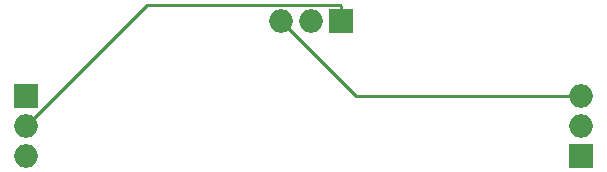
<source format=gbr>
G04 #@! TF.GenerationSoftware,KiCad,Pcbnew,(5.1.0)-1*
G04 #@! TF.CreationDate,2019-05-23T15:21:04-07:00*
G04 #@! TF.ProjectId,CandC_Interconnections,43616e64-435f-4496-9e74-6572636f6e6e,rev?*
G04 #@! TF.SameCoordinates,Original*
G04 #@! TF.FileFunction,Copper,L2,Bot*
G04 #@! TF.FilePolarity,Positive*
%FSLAX46Y46*%
G04 Gerber Fmt 4.6, Leading zero omitted, Abs format (unit mm)*
G04 Created by KiCad (PCBNEW (5.1.0)-1) date 2019-05-23 15:21:04*
%MOMM*%
%LPD*%
G04 APERTURE LIST*
%ADD10R,2.000000X2.000000*%
%ADD11O,2.000000X2.000000*%
%ADD12C,0.250000*%
G04 APERTURE END LIST*
D10*
X121920000Y-57150000D03*
D11*
X121920000Y-59690000D03*
X121920000Y-62230000D03*
X143510000Y-50800000D03*
X146050000Y-50800000D03*
D10*
X148590000Y-50800000D03*
X168910000Y-62230000D03*
D11*
X168910000Y-59690000D03*
X168910000Y-57150000D03*
D12*
X149860000Y-57150000D02*
X143510000Y-50800000D01*
X168910000Y-57150000D02*
X149860000Y-57150000D01*
X122919999Y-58690001D02*
X121920000Y-59690000D01*
X132135001Y-49474999D02*
X122919999Y-58690001D01*
X148514999Y-49474999D02*
X132135001Y-49474999D01*
X148590000Y-49550000D02*
X148514999Y-49474999D01*
X148590000Y-50800000D02*
X148590000Y-49550000D01*
M02*

</source>
